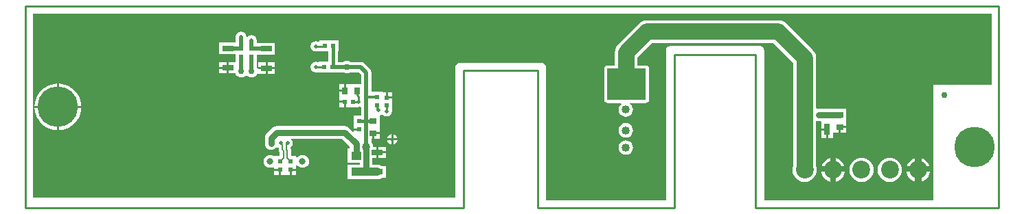
<source format=gbl>
%FSLAX25Y25*%
%MOIN*%
G70*
G01*
G75*
G04 Layer_Physical_Order=2*
G04 Layer_Color=16711680*
%ADD10R,0.03150X0.05906*%
%ADD11R,0.07087X0.07874*%
%ADD12R,0.07087X0.03937*%
%ADD13R,0.02362X0.02362*%
%ADD14R,0.01654X0.05315*%
%ADD15R,0.05512X0.07480*%
%ADD16R,0.01200X0.01800*%
%ADD17R,0.02756X0.03347*%
%ADD18R,0.10236X0.10236*%
%ADD19R,0.01200X0.03400*%
%ADD20R,0.03400X0.01200*%
%ADD21O,0.02362X0.08661*%
%ADD22C,0.08000*%
%ADD23C,0.01500*%
%ADD24C,0.02000*%
%ADD25C,0.01000*%
%ADD26C,0.01200*%
%ADD27C,0.00800*%
%ADD28C,0.04000*%
%ADD29C,0.05000*%
%ADD30R,0.07218X0.03143*%
%ADD31R,0.03500X0.16700*%
%ADD32R,0.14100X0.03143*%
%ADD33R,0.13100X0.05000*%
%ADD34R,0.03800X0.29600*%
%ADD35R,0.05600X0.30100*%
%ADD36R,0.26100X0.04400*%
%ADD37R,0.18600X0.15300*%
%ADD38C,0.19685*%
%ADD39C,0.08661*%
%ADD40C,0.03228*%
%ADD41C,0.03000*%
%ADD42C,0.02000*%
%ADD43C,0.04000*%
%ADD44R,0.05315X0.02559*%
%ADD45R,0.02362X0.02362*%
%ADD46R,0.03347X0.02756*%
%ADD47R,0.05118X0.03937*%
%ADD48R,0.02559X0.05315*%
%ADD49C,0.03000*%
%ADD50R,0.12464X0.03143*%
%ADD51R,0.13939X0.02900*%
%ADD52R,0.02800X0.15100*%
G36*
X469061Y-38300D02*
X440800D01*
X440700Y-38400D01*
Y-40200D01*
Y-94761D01*
X358539D01*
Y-21600D01*
X358384Y-20820D01*
X357942Y-20158D01*
X357280Y-19716D01*
X356500Y-19561D01*
X312900D01*
X312120Y-19716D01*
X311458Y-20158D01*
X311016Y-20820D01*
X310861Y-21600D01*
Y-94761D01*
X252739D01*
Y-29700D01*
X252584Y-28920D01*
X252142Y-28258D01*
X251480Y-27816D01*
X250700Y-27661D01*
X210700D01*
X209920Y-27816D01*
X209258Y-28258D01*
X208816Y-28920D01*
X208661Y-29700D01*
Y-93561D01*
X3739D01*
Y-3739D01*
X469061D01*
Y-38300D01*
D02*
G37*
%LPC*%
G36*
X433818Y-74090D02*
Y-79400D01*
X439128D01*
X439065Y-78757D01*
X438731Y-77658D01*
X438190Y-76645D01*
X437461Y-75757D01*
X436573Y-75029D01*
X435560Y-74487D01*
X434461Y-74154D01*
X433818Y-74090D01*
D02*
G37*
G36*
X174958Y-71900D02*
X171300D01*
Y-74180D01*
X174958D01*
Y-71900D01*
D02*
G37*
G36*
X392479Y-74090D02*
Y-79400D01*
X397789D01*
X397726Y-78757D01*
X397393Y-77658D01*
X396851Y-76645D01*
X396122Y-75757D01*
X395235Y-75029D01*
X394222Y-74487D01*
X393123Y-74154D01*
X392479Y-74090D01*
D02*
G37*
G36*
X432818D02*
X432175Y-74154D01*
X431076Y-74487D01*
X430063Y-75029D01*
X429175Y-75757D01*
X428447Y-76645D01*
X427905Y-77658D01*
X427572Y-78757D01*
X427508Y-79400D01*
X432818D01*
Y-74090D01*
D02*
G37*
G36*
X291406Y-65470D02*
X290493Y-65590D01*
X289641Y-65943D01*
X288910Y-66504D01*
X288349Y-67235D01*
X287996Y-68086D01*
X287876Y-69000D01*
X287996Y-69914D01*
X288349Y-70765D01*
X288910Y-71496D01*
X289641Y-72057D01*
X290493Y-72410D01*
X291406Y-72530D01*
X292320Y-72410D01*
X293171Y-72057D01*
X293902Y-71496D01*
X294463Y-70765D01*
X294816Y-69914D01*
X294936Y-69000D01*
X294816Y-68086D01*
X294463Y-67235D01*
X293902Y-66504D01*
X293171Y-65943D01*
X292320Y-65590D01*
X291406Y-65470D01*
D02*
G37*
G36*
X180550Y-65500D02*
X178600D01*
Y-67449D01*
X179076Y-67355D01*
X179902Y-66802D01*
X180455Y-65975D01*
X180550Y-65500D01*
D02*
G37*
G36*
X171873Y-62506D02*
X169200D01*
Y-64884D01*
X171873D01*
Y-62506D01*
D02*
G37*
G36*
X174958Y-68621D02*
X171300D01*
Y-70900D01*
X174958D01*
Y-68621D01*
D02*
G37*
G36*
X177600Y-65500D02*
X175651D01*
X175745Y-65975D01*
X176298Y-66802D01*
X177125Y-67355D01*
X177600Y-67449D01*
Y-65500D01*
D02*
G37*
G36*
X391479Y-80400D02*
X386170D01*
X386233Y-81043D01*
X386567Y-82142D01*
X387108Y-83155D01*
X387837Y-84043D01*
X388724Y-84772D01*
X389737Y-85313D01*
X390837Y-85646D01*
X391479Y-85710D01*
Y-80400D01*
D02*
G37*
G36*
X397789D02*
X392479D01*
Y-85710D01*
X393123Y-85646D01*
X394222Y-85313D01*
X395235Y-84772D01*
X396122Y-84043D01*
X396851Y-83155D01*
X397393Y-82142D01*
X397726Y-81043D01*
X397789Y-80400D01*
D02*
G37*
G36*
X405759Y-74041D02*
X404616Y-74154D01*
X403517Y-74487D01*
X402504Y-75029D01*
X401616Y-75757D01*
X400888Y-76645D01*
X400346Y-77658D01*
X400013Y-78757D01*
X399900Y-79900D01*
X400013Y-81043D01*
X400346Y-82142D01*
X400888Y-83155D01*
X401616Y-84043D01*
X402504Y-84772D01*
X403517Y-85313D01*
X404616Y-85646D01*
X405759Y-85759D01*
X406902Y-85646D01*
X408001Y-85313D01*
X409014Y-84772D01*
X409902Y-84043D01*
X410631Y-83155D01*
X411172Y-82142D01*
X411505Y-81043D01*
X411618Y-79900D01*
X411505Y-78757D01*
X411172Y-77658D01*
X410631Y-76645D01*
X409902Y-75757D01*
X409014Y-75029D01*
X408001Y-74487D01*
X406902Y-74154D01*
X405759Y-74041D01*
D02*
G37*
G36*
X419539D02*
X418396Y-74154D01*
X417297Y-74487D01*
X416284Y-75029D01*
X415396Y-75757D01*
X414667Y-76645D01*
X414126Y-77658D01*
X413792Y-78757D01*
X413680Y-79900D01*
X413792Y-81043D01*
X414126Y-82142D01*
X414667Y-83155D01*
X415396Y-84043D01*
X416284Y-84772D01*
X417297Y-85313D01*
X418396Y-85646D01*
X419539Y-85759D01*
X420682Y-85646D01*
X421781Y-85313D01*
X422794Y-84772D01*
X423681Y-84043D01*
X424410Y-83155D01*
X424952Y-82142D01*
X425285Y-81043D01*
X425397Y-79900D01*
X425285Y-78757D01*
X424952Y-77658D01*
X424410Y-76645D01*
X423681Y-75757D01*
X422794Y-75029D01*
X421781Y-74487D01*
X420682Y-74154D01*
X419539Y-74041D01*
D02*
G37*
G36*
X432818Y-80400D02*
X427508D01*
X427572Y-81043D01*
X427905Y-82142D01*
X428447Y-83155D01*
X429175Y-84043D01*
X430063Y-84772D01*
X431076Y-85313D01*
X432175Y-85646D01*
X432818Y-85710D01*
Y-80400D01*
D02*
G37*
G36*
X131481Y-80337D02*
X129300D01*
Y-82518D01*
X131481D01*
Y-80337D01*
D02*
G37*
G36*
X391479Y-74090D02*
X390837Y-74154D01*
X389737Y-74487D01*
X388724Y-75029D01*
X387837Y-75757D01*
X387108Y-76645D01*
X386567Y-77658D01*
X386233Y-78757D01*
X386170Y-79400D01*
X391479D01*
Y-74090D01*
D02*
G37*
G36*
X439128Y-80400D02*
X433818D01*
Y-85710D01*
X434461Y-85646D01*
X435560Y-85313D01*
X436573Y-84772D01*
X437461Y-84043D01*
X438190Y-83155D01*
X438731Y-82142D01*
X439065Y-81043D01*
X439128Y-80400D01*
D02*
G37*
G36*
X123000Y-80337D02*
X120819D01*
Y-82518D01*
X123000D01*
Y-80337D01*
D02*
G37*
G36*
X177600Y-62550D02*
X177125Y-62645D01*
X176298Y-63198D01*
X175745Y-64025D01*
X175651Y-64500D01*
X177600D01*
Y-62550D01*
D02*
G37*
G36*
X104700Y-12451D02*
X103725Y-12645D01*
X102898Y-13198D01*
X102345Y-14025D01*
X102151Y-15000D01*
Y-17872D01*
X94143D01*
Y-23431D01*
X102019D01*
Y-27321D01*
X98800D01*
Y-30101D01*
Y-32879D01*
X101900D01*
X102079Y-33313D01*
X102560Y-33940D01*
X103187Y-34420D01*
X103917Y-34723D01*
X104700Y-34826D01*
X105483Y-34723D01*
X106213Y-34420D01*
X106840Y-33940D01*
X106950Y-33796D01*
X107450D01*
X107560Y-33940D01*
X108187Y-34420D01*
X108917Y-34723D01*
X109700Y-34826D01*
X110483Y-34723D01*
X111213Y-34420D01*
X111840Y-33940D01*
X112320Y-33313D01*
X112417Y-33079D01*
X112843D01*
X112843D01*
X112867Y-33079D01*
Y-33079D01*
X112867Y-33079D01*
X116500D01*
Y-30800D01*
X112842D01*
Y-30266D01*
X112636Y-30307D01*
X112249Y-29990D01*
Y-27354D01*
X112381D01*
Y-23631D01*
X112843D01*
Y-23631D01*
X121158D01*
Y-18072D01*
X112843D01*
Y-18072D01*
X112398D01*
X112381Y-18055D01*
Y-18055D01*
X112349D01*
Y-16800D01*
X112339Y-16750D01*
X112349Y-16700D01*
X112155Y-15724D01*
X111602Y-14898D01*
X110775Y-14345D01*
X109800Y-14151D01*
X108825Y-14345D01*
X107998Y-14898D01*
X107727Y-15302D01*
X107249Y-15157D01*
Y-15000D01*
X107055Y-14025D01*
X106502Y-13198D01*
X105675Y-12645D01*
X104700Y-12451D01*
D02*
G37*
G36*
X121158Y-30800D02*
X117500D01*
Y-33079D01*
X121158D01*
Y-30800D01*
D02*
G37*
G36*
X178081Y-41919D02*
X175900D01*
Y-44100D01*
X178081D01*
Y-41919D01*
D02*
G37*
G36*
X154595Y-38227D02*
X152217D01*
Y-40900D01*
X154595D01*
Y-38227D01*
D02*
G37*
G36*
X97800Y-30600D02*
X94143D01*
Y-32879D01*
X97800D01*
Y-30600D01*
D02*
G37*
G36*
Y-27321D02*
X94143D01*
Y-29600D01*
X97800D01*
Y-27321D01*
D02*
G37*
G36*
X151903Y-16623D02*
X142604D01*
Y-17203D01*
X142163Y-17438D01*
X141880Y-17249D01*
X140904Y-17055D01*
X139929Y-17249D01*
X139102Y-17802D01*
X138549Y-18629D01*
X138355Y-19604D01*
X138549Y-20580D01*
X139102Y-21407D01*
X139929Y-21959D01*
X140904Y-22153D01*
X141880Y-21959D01*
X142352Y-21643D01*
X142604Y-21985D01*
Y-21985D01*
X146928D01*
Y-27198D01*
X142435D01*
Y-27242D01*
X141994Y-27478D01*
X141913Y-27423D01*
X140937Y-27229D01*
X139962Y-27423D01*
X139135Y-27975D01*
X138582Y-28802D01*
X138388Y-29778D01*
X138582Y-30753D01*
X139135Y-31580D01*
X139962Y-32133D01*
X140937Y-32327D01*
X141913Y-32133D01*
X141994Y-32078D01*
X142435Y-32314D01*
Y-32560D01*
X151735D01*
Y-32428D01*
X154505D01*
X155217Y-32723D01*
X156000Y-32826D01*
X156783Y-32723D01*
X157495Y-32428D01*
X161723D01*
X162851Y-33556D01*
Y-38227D01*
X158122D01*
D01*
D01*
X158122Y-38227D01*
X157972D01*
Y-38227D01*
X155595D01*
Y-41401D01*
X155096D01*
Y-41900D01*
X152217D01*
Y-44573D01*
X152319D01*
Y-46200D01*
X155001D01*
Y-46699D01*
X155500D01*
Y-49381D01*
X161618D01*
Y-49298D01*
X161800Y-49149D01*
X162464Y-49017D01*
X162851Y-49334D01*
Y-53519D01*
X159419D01*
Y-58881D01*
Y-59637D01*
X162101D01*
Y-60637D01*
X159419D01*
Y-61086D01*
X158957Y-61278D01*
X157140Y-59460D01*
X156513Y-58979D01*
X156299Y-58891D01*
X155783Y-58677D01*
X155000Y-58574D01*
X121900D01*
X121900Y-58574D01*
X121117Y-58677D01*
X120387Y-58979D01*
X119760Y-59460D01*
X119760Y-59460D01*
X117060Y-62160D01*
X116579Y-62787D01*
X116491Y-63001D01*
X116277Y-63517D01*
X116174Y-64300D01*
Y-67100D01*
X116174Y-67100D01*
X116174D01*
X116277Y-67883D01*
X116579Y-68613D01*
X117060Y-69240D01*
X117687Y-69721D01*
X118417Y-70023D01*
X119200Y-70126D01*
X119983Y-70023D01*
X120713Y-69721D01*
X121340Y-69240D01*
X121519Y-69005D01*
X122048Y-68652D01*
X122863Y-69197D01*
Y-70050D01*
X123010Y-70791D01*
X123313Y-71244D01*
Y-73219D01*
X120819D01*
X120819Y-73219D01*
Y-73219D01*
X120638Y-73308D01*
X120297Y-73047D01*
X119539Y-72733D01*
X118726Y-72626D01*
X117913Y-72733D01*
X117156Y-73047D01*
X116505Y-73546D01*
X116006Y-74196D01*
X115692Y-74954D01*
X115585Y-75767D01*
X115692Y-76580D01*
X116006Y-77337D01*
X116505Y-77988D01*
X117156Y-78487D01*
X117913Y-78801D01*
X118726Y-78908D01*
X119539Y-78801D01*
X120297Y-78487D01*
X120370Y-78430D01*
X120819Y-78651D01*
Y-79337D01*
X123501D01*
Y-79836D01*
X124000D01*
Y-82518D01*
X128300D01*
Y-79836D01*
X128799D01*
Y-79337D01*
X131481D01*
Y-78581D01*
Y-77760D01*
X131955Y-77599D01*
X132253Y-77988D01*
X132904Y-78487D01*
X133661Y-78801D01*
X134474Y-78908D01*
X135287Y-78801D01*
X136045Y-78487D01*
X136695Y-77988D01*
X137194Y-77337D01*
X137508Y-76580D01*
X137615Y-75767D01*
X137508Y-74954D01*
X137194Y-74196D01*
X136695Y-73546D01*
X136045Y-73047D01*
X135287Y-72733D01*
X134474Y-72626D01*
X133661Y-72733D01*
X132904Y-73047D01*
X132253Y-73546D01*
X131955Y-73935D01*
X131481Y-73774D01*
Y-73219D01*
X128987D01*
Y-70500D01*
X128840Y-69759D01*
X128537Y-69306D01*
Y-68913D01*
X129002Y-68602D01*
X129555Y-67775D01*
X129749Y-66800D01*
X129555Y-65825D01*
X129002Y-64998D01*
X129115Y-64626D01*
X153747D01*
X157474Y-68353D01*
Y-69532D01*
X156441D01*
Y-76468D01*
X162174D01*
Y-77344D01*
X160500D01*
X160031Y-77406D01*
X156441D01*
Y-84342D01*
X160031D01*
X160500Y-84404D01*
X170775D01*
X171688Y-84284D01*
X172540Y-83931D01*
X172935Y-83628D01*
X174958D01*
Y-78069D01*
X172869D01*
X172540Y-77817D01*
X171688Y-77464D01*
X170775Y-77344D01*
X168226D01*
Y-74180D01*
X170300D01*
Y-71401D01*
Y-68621D01*
X168748D01*
X168730Y-68600D01*
X168610Y-67686D01*
X168257Y-66835D01*
X167949Y-66433D01*
Y-64884D01*
X168200D01*
Y-62005D01*
X168699D01*
Y-61506D01*
X171873D01*
Y-59128D01*
D01*
Y-59128D01*
X171873Y-59128D01*
Y-58978D01*
X171873D01*
Y-53304D01*
X172438Y-53192D01*
X172987Y-52825D01*
X173478Y-52923D01*
X173598Y-53102D01*
X174425Y-53655D01*
X175400Y-53849D01*
X176375Y-53655D01*
X177202Y-53102D01*
X177755Y-52276D01*
X177949Y-51300D01*
X178016Y-51218D01*
X178081D01*
Y-47281D01*
Y-45100D01*
X175399D01*
Y-44601D01*
X174900D01*
Y-41919D01*
X173281D01*
Y-41819D01*
X167949D01*
Y-32500D01*
X167755Y-31525D01*
X167202Y-30698D01*
X164581Y-28076D01*
X163754Y-27524D01*
X162779Y-27330D01*
X157709D01*
X157513Y-27180D01*
X156783Y-26877D01*
X156000Y-26774D01*
X155217Y-26877D01*
X154487Y-27180D01*
X154291Y-27330D01*
X151735D01*
Y-27198D01*
X151516D01*
Y-21985D01*
X151903D01*
Y-16623D01*
D02*
G37*
G36*
X116500Y-27520D02*
X112843D01*
Y-29800D01*
X116500D01*
Y-27520D01*
D02*
G37*
G36*
X121158D02*
X117500D01*
Y-29800D01*
X121158D01*
Y-27520D01*
D02*
G37*
G36*
X16248Y-37874D02*
Y-48713D01*
X27086D01*
X26985Y-47433D01*
X26569Y-45697D01*
X25885Y-44047D01*
X24953Y-42525D01*
X23793Y-41167D01*
X22436Y-40008D01*
X20913Y-39075D01*
X19264Y-38392D01*
X17528Y-37975D01*
X16248Y-37874D01*
D02*
G37*
G36*
X291406Y-57070D02*
X290493Y-57190D01*
X289641Y-57543D01*
X288910Y-58104D01*
X288349Y-58835D01*
X287996Y-59686D01*
X287876Y-60600D01*
X287996Y-61514D01*
X288349Y-62365D01*
X288910Y-63096D01*
X289641Y-63657D01*
X290493Y-64010D01*
X291406Y-64130D01*
X292320Y-64010D01*
X293171Y-63657D01*
X293902Y-63096D01*
X294463Y-62365D01*
X294816Y-61514D01*
X294936Y-60600D01*
X294816Y-59686D01*
X294463Y-58835D01*
X293902Y-58104D01*
X293171Y-57543D01*
X292320Y-57190D01*
X291406Y-57070D01*
D02*
G37*
G36*
X301800Y-6953D02*
X300364Y-7142D01*
X299418Y-7533D01*
X299026Y-7696D01*
X297877Y-8577D01*
X287677Y-18777D01*
X286796Y-19926D01*
X286242Y-21264D01*
X286052Y-22700D01*
Y-28971D01*
X282500D01*
X281915Y-29087D01*
X281419Y-29419D01*
X281087Y-29915D01*
X280971Y-30500D01*
Y-45800D01*
X281087Y-46385D01*
X281419Y-46881D01*
X281915Y-47213D01*
X282500Y-47329D01*
X289011D01*
X289172Y-47803D01*
X288910Y-48004D01*
X288349Y-48735D01*
X287996Y-49586D01*
X287876Y-50500D01*
X287996Y-51414D01*
X288349Y-52265D01*
X288910Y-52996D01*
X289641Y-53557D01*
X290493Y-53910D01*
X291406Y-54030D01*
X292320Y-53910D01*
X293171Y-53557D01*
X293902Y-52996D01*
X294463Y-52265D01*
X294816Y-51414D01*
X294936Y-50500D01*
X294816Y-49586D01*
X294463Y-48735D01*
X293902Y-48004D01*
X293171Y-47443D01*
X293194Y-47329D01*
X301100D01*
X301685Y-47213D01*
X302181Y-46881D01*
X302513Y-46385D01*
X302629Y-45800D01*
Y-30500D01*
X302513Y-29915D01*
X302181Y-29419D01*
X301685Y-29087D01*
X301100Y-28971D01*
X297147D01*
Y-24998D01*
X304098Y-18047D01*
X363102D01*
X372653Y-27598D01*
Y-60200D01*
Y-78101D01*
X372454Y-78757D01*
X372341Y-79900D01*
X372454Y-81043D01*
X372787Y-82142D01*
X373328Y-83155D01*
X374057Y-84043D01*
X374945Y-84772D01*
X375958Y-85313D01*
X377057Y-85646D01*
X378200Y-85759D01*
X379343Y-85646D01*
X380442Y-85313D01*
X381455Y-84772D01*
X382343Y-84043D01*
X383071Y-83155D01*
X383613Y-82142D01*
X383946Y-81043D01*
X384059Y-79900D01*
X383946Y-78757D01*
X383748Y-78101D01*
Y-60200D01*
Y-56178D01*
X384163Y-55901D01*
X384217Y-55923D01*
X385000Y-56026D01*
X385967D01*
X386320Y-56379D01*
Y-59700D01*
X389101D01*
Y-60199D01*
X389600D01*
Y-64358D01*
X391880D01*
Y-62025D01*
X392027Y-61878D01*
X392233Y-61878D01*
X392233Y-61878D01*
Y-61878D01*
X394700D01*
Y-58999D01*
X395199D01*
Y-58500D01*
X398373D01*
Y-56326D01*
X398373Y-56326D01*
D01*
D01*
X398373Y-56122D01*
Y-56106D01*
Y-56047D01*
X398373Y-55972D01*
X398373Y-55769D01*
X398373Y-55769D01*
X398373D01*
Y-50217D01*
X396225D01*
X395889Y-50077D01*
X395106Y-49974D01*
X385000D01*
X384217Y-50077D01*
X384163Y-50099D01*
X383748Y-49822D01*
Y-25300D01*
X383558Y-23864D01*
X383004Y-22526D01*
X382123Y-21377D01*
X382123Y-21377D01*
X369323Y-8577D01*
X368174Y-7696D01*
X366836Y-7142D01*
X365400Y-6953D01*
X301800D01*
X301800Y-6953D01*
D02*
G37*
G36*
X178600Y-62550D02*
Y-64500D01*
X180550D01*
X180455Y-64025D01*
X179902Y-63198D01*
X179076Y-62645D01*
X178600Y-62550D01*
D02*
G37*
G36*
X388600Y-60700D02*
X386320D01*
Y-64358D01*
X388600D01*
Y-60700D01*
D02*
G37*
G36*
X398373Y-59500D02*
X395700D01*
Y-61878D01*
X398373D01*
Y-59500D01*
D02*
G37*
G36*
X154500Y-47200D02*
X152319D01*
Y-49381D01*
X154500D01*
Y-47200D01*
D02*
G37*
G36*
X15248Y-37874D02*
X13968Y-37975D01*
X12232Y-38392D01*
X10583Y-39075D01*
X9060Y-40008D01*
X7703Y-41167D01*
X6543Y-42525D01*
X5610Y-44047D01*
X4927Y-45697D01*
X4510Y-47433D01*
X4410Y-48713D01*
X15248D01*
Y-37874D01*
D02*
G37*
G36*
Y-49713D02*
X4410D01*
X4510Y-50993D01*
X4927Y-52728D01*
X5610Y-54378D01*
X6543Y-55900D01*
X7703Y-57258D01*
X9060Y-58417D01*
X10583Y-59350D01*
X12232Y-60033D01*
X13968Y-60450D01*
X15248Y-60551D01*
Y-49713D01*
D02*
G37*
G36*
X27086D02*
X16248D01*
Y-60551D01*
X17528Y-60450D01*
X19264Y-60033D01*
X20913Y-59350D01*
X22436Y-58417D01*
X23793Y-57258D01*
X24953Y-55900D01*
X25885Y-54378D01*
X26569Y-52728D01*
X26985Y-50993D01*
X27086Y-49713D01*
D02*
G37*
%LPD*%
D13*
X104700Y-24673D02*
D03*
Y-20736D02*
D03*
X109700Y-24673D02*
D03*
Y-20736D02*
D03*
X170600Y-48437D02*
D03*
Y-44500D02*
D03*
X175400Y-48537D02*
D03*
Y-44600D02*
D03*
X162100Y-60137D02*
D03*
Y-56200D02*
D03*
X123500Y-79837D02*
D03*
Y-75900D02*
D03*
X128800Y-79837D02*
D03*
Y-75900D02*
D03*
D17*
X155095Y-41400D02*
D03*
X161000D02*
D03*
D22*
X378200Y-60200D02*
Y-25300D01*
X291600Y-38200D02*
Y-22700D01*
X301800Y-12500D01*
X365400D01*
X378200Y-25300D01*
Y-79900D02*
Y-60200D01*
D23*
X168200Y-56200D02*
X168300Y-56100D01*
X165200Y-68600D02*
X165400Y-68400D01*
X149222Y-29710D02*
Y-19304D01*
X149054Y-29879D02*
X149222Y-29710D01*
X162600Y-56200D02*
X165400D01*
X168200D01*
D24*
X104700Y-31800D02*
Y-24673D01*
X109700Y-31800D02*
Y-24673D01*
X98300Y-20651D02*
X104615D01*
X104700Y-20736D01*
X109700D02*
X116885D01*
X117000Y-20851D01*
X104700Y-20736D02*
Y-15000D01*
X109700Y-20736D02*
X109800Y-20636D01*
Y-16800D01*
X170775Y-80874D02*
X170800Y-80849D01*
X165200Y-80774D02*
X165300Y-80874D01*
X165400Y-68400D02*
Y-56200D01*
X162779Y-29879D02*
X165400Y-32500D01*
Y-56200D02*
Y-32500D01*
X149054Y-29879D02*
X158000D01*
X162779D01*
D25*
X158937Y-46700D02*
X161700D01*
X161800Y-46600D01*
X161000Y-43400D02*
Y-41400D01*
Y-43400D02*
X161800Y-44200D01*
Y-46600D02*
Y-44200D01*
X140904Y-19604D02*
X144985D01*
X145285Y-19304D01*
X140937Y-29778D02*
X145016D01*
X145116Y-29879D01*
X170600Y-49974D02*
Y-48437D01*
Y-49974D02*
X171463Y-50837D01*
X175400Y-51300D02*
Y-48537D01*
X354331Y-98425D02*
X472441D01*
X248700D02*
X314900D01*
X0D02*
Y0D01*
X472441D01*
X0Y-98425D02*
X212598D01*
X472441D02*
Y0D01*
X212598Y-98425D02*
Y-31496D01*
X212500D02*
X248700D01*
Y-98425D02*
Y-31496D01*
X354331Y-98425D02*
Y-23622D01*
X314900D02*
X354331D01*
X314900Y-98425D02*
Y-23622D01*
D26*
X165500Y-44500D02*
X170600D01*
D27*
X123500Y-75900D02*
X125250Y-74150D01*
Y-70500D01*
X127050Y-74150D02*
X128800Y-75900D01*
X127050Y-74150D02*
Y-70500D01*
X123850Y-66850D02*
X124800Y-67800D01*
X127000Y-66800D02*
X127200D01*
X126600Y-67200D02*
X127000Y-66800D01*
X124800Y-70050D02*
X125250Y-70500D01*
X126600Y-70050D02*
X127050Y-70500D01*
X124800Y-70050D02*
Y-67800D01*
X126600Y-70050D02*
Y-67200D01*
D28*
X160500Y-80874D02*
X165300D01*
X170775D01*
D31*
X433350Y-80250D02*
D03*
D37*
X291800Y-38150D02*
D03*
D38*
X15748Y-49213D02*
D03*
X460630Y-68898D02*
D03*
D39*
X378200Y-79900D02*
D03*
X391980D02*
D03*
X405759D02*
D03*
X419539D02*
D03*
X433318D02*
D03*
D40*
X118726Y-75767D02*
D03*
X134474D02*
D03*
D41*
X420900Y-8900D02*
D03*
X417600Y-33500D02*
D03*
X451100Y-20000D02*
D03*
X430100Y-23900D02*
D03*
X425500Y-38000D02*
D03*
X197500Y-53900D02*
D03*
X198500Y-64800D02*
D03*
X274300Y-10500D02*
D03*
X433000Y-18700D02*
D03*
X436400Y-33700D02*
D03*
X446000Y-43500D02*
D03*
X274400Y-43900D02*
D03*
X210500Y-24900D02*
D03*
X50400Y-14700D02*
D03*
X30900Y-16800D02*
D03*
X79200Y-75900D02*
D03*
X57200Y-39300D02*
D03*
X51300Y-56200D02*
D03*
X35800Y-76900D02*
D03*
X18000Y-87900D02*
D03*
X10200Y-78500D02*
D03*
X91200Y-13700D02*
D03*
X70500Y-23400D02*
D03*
X29900Y-36700D02*
D03*
X19600Y-18900D02*
D03*
X50800Y-25000D02*
D03*
X100800Y-84900D02*
D03*
X85600Y-68000D02*
D03*
X71500Y-87400D02*
D03*
X56900Y-65400D02*
D03*
X204400Y-72500D02*
D03*
X203200Y-50100D02*
D03*
X267600Y-14500D02*
D03*
X258300Y-27800D02*
D03*
X194000Y-16700D02*
D03*
X203200Y-38300D02*
D03*
X442000Y-14900D02*
D03*
X387100Y-18700D02*
D03*
X363500Y-38900D02*
D03*
X414100Y-57400D02*
D03*
X426800Y-54100D02*
D03*
X423100Y-19100D02*
D03*
X448800Y-32200D02*
D03*
X433000Y-43400D02*
D03*
X440300Y-25400D02*
D03*
X462800Y-20300D02*
D03*
X453100Y-8900D02*
D03*
X430300Y-10000D02*
D03*
X426800Y-31700D02*
D03*
X413500Y-42600D02*
D03*
X414500Y-28400D02*
D03*
X413500Y-12100D02*
D03*
X364500Y-61100D02*
D03*
X388400Y-43600D02*
D03*
X388700Y-28500D02*
D03*
X379000Y-11900D02*
D03*
X366500Y-46900D02*
D03*
X365000Y-28400D02*
D03*
X305900Y-24600D02*
D03*
X302000Y-68700D02*
D03*
X301700Y-52000D02*
D03*
X101800Y-77600D02*
D03*
X277800Y-23800D02*
D03*
X279500Y-15900D02*
D03*
X270500Y-36000D02*
D03*
X277800Y-67800D02*
D03*
X276700Y-54700D02*
D03*
X258800Y-61800D02*
D03*
X260200Y-44200D02*
D03*
X266500Y-24300D02*
D03*
X238200Y-25400D02*
D03*
X254800Y-18400D02*
D03*
X217300Y-15100D02*
D03*
X204200Y-18900D02*
D03*
X193200Y-10700D02*
D03*
X202700Y-58800D02*
D03*
X194700Y-70000D02*
D03*
X190600Y-59900D02*
D03*
X195800Y-46900D02*
D03*
X196700Y-32000D02*
D03*
X156500Y-14300D02*
D03*
X126800Y-15400D02*
D03*
X140500Y-43700D02*
D03*
X142300Y-53200D02*
D03*
X132600Y-54700D02*
D03*
X141300Y-71600D02*
D03*
X93500Y-89800D02*
D03*
X90400Y-80300D02*
D03*
X82300Y-55900D02*
D03*
X70600Y-40300D02*
D03*
X33100Y-67000D02*
D03*
X35900Y-88500D02*
D03*
X55100Y-86900D02*
D03*
X77700Y-76000D02*
D03*
X76000Y-67600D02*
D03*
X46400Y-74100D02*
D03*
X26000Y-80600D02*
D03*
X41800Y-57500D02*
D03*
X35600Y-27300D02*
D03*
X42700Y-39100D02*
D03*
X45900Y-44700D02*
D03*
X56500Y-76500D02*
D03*
X60600Y-53700D02*
D03*
X62500Y-32000D02*
D03*
X64300Y-10800D02*
D03*
X78400Y-10300D02*
D03*
X40400Y-9200D02*
D03*
X17900Y-8800D02*
D03*
X175400Y-36800D02*
D03*
X104700Y-31800D02*
D03*
X109700D02*
D03*
X119200Y-67100D02*
D03*
X165400Y-56200D02*
D03*
X156000Y-29800D02*
D03*
D42*
X102137Y-60737D02*
D03*
X178100Y-65000D02*
D03*
X123850Y-66850D02*
D03*
X127200Y-66800D02*
D03*
X104700Y-15000D02*
D03*
X109800Y-16700D02*
D03*
X161800Y-46600D02*
D03*
X140904Y-19604D02*
D03*
X140937Y-29778D02*
D03*
X171463Y-50837D02*
D03*
X175400Y-51300D02*
D03*
D43*
X291406Y-69000D02*
D03*
Y-60600D02*
D03*
Y-50500D02*
D03*
X298300Y-41900D02*
D03*
X297700Y-33400D02*
D03*
X291500Y-41900D02*
D03*
X291550Y-33400D02*
D03*
X284700Y-41900D02*
D03*
X285400Y-33400D02*
D03*
X165200Y-68600D02*
D03*
D44*
X117000Y-30300D02*
D03*
Y-20851D02*
D03*
X98300Y-30100D02*
D03*
Y-20651D02*
D03*
X170800Y-80849D02*
D03*
Y-71400D02*
D03*
D45*
X145285Y-19304D02*
D03*
X149222D02*
D03*
X145116Y-29879D02*
D03*
X149054D02*
D03*
X155000Y-46700D02*
D03*
X158937D02*
D03*
X381063Y-53000D02*
D03*
X385000D02*
D03*
D46*
X168700Y-56100D02*
D03*
Y-62006D02*
D03*
X395200Y-59000D02*
D03*
Y-53095D02*
D03*
D47*
X160500Y-73000D02*
D03*
Y-80874D02*
D03*
D48*
X389100Y-60200D02*
D03*
X379651D02*
D03*
D49*
X119200Y-67100D02*
Y-64300D01*
X121900Y-61600D01*
X165200Y-80774D02*
Y-68600D01*
X155000Y-61600D02*
X160500Y-67100D01*
Y-73000D02*
Y-67100D01*
X121900Y-61600D02*
X155000D01*
X385000Y-53000D02*
X395106D01*
X395200Y-53095D01*
D50*
X432832Y-79471D02*
D03*
D51*
X392231Y-79350D02*
D03*
D52*
X392100Y-80250D02*
D03*
M02*

</source>
